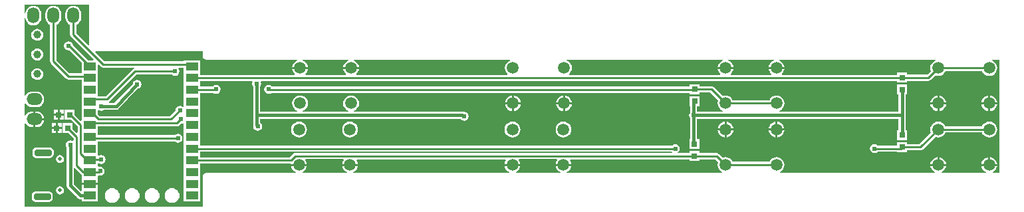
<source format=gtl>
G04*
G04 #@! TF.GenerationSoftware,Altium Limited,Altium Designer,18.1.9 (240)*
G04*
G04 Layer_Physical_Order=1*
G04 Layer_Color=255*
%FSLAX24Y24*%
%MOIN*%
G70*
G01*
G75*
%ADD10C,0.0100*%
%ADD15R,0.0300X0.0300*%
%ADD16R,0.0300X0.0300*%
%ADD17R,0.0630X0.0394*%
%ADD28C,0.0150*%
%ADD29O,0.0591X0.0787*%
%ADD30C,0.0591*%
G04:AMPARAMS|DCode=31|XSize=84.6mil|YSize=31.5mil|CornerRadius=7.9mil|HoleSize=0mil|Usage=FLASHONLY|Rotation=0.000|XOffset=0mil|YOffset=0mil|HoleType=Round|Shape=RoundedRectangle|*
%AMROUNDEDRECTD31*
21,1,0.0846,0.0157,0,0,0.0*
21,1,0.0689,0.0315,0,0,0.0*
1,1,0.0157,0.0344,-0.0079*
1,1,0.0157,-0.0344,-0.0079*
1,1,0.0157,-0.0344,0.0079*
1,1,0.0157,0.0344,0.0079*
%
%ADD31ROUNDEDRECTD31*%
%ADD32C,0.0197*%
%ADD33O,0.0787X0.0591*%
%ADD34C,0.0394*%
%ADD35C,0.0240*%
G36*
X20600Y31732D02*
X20554Y31712D01*
X19953Y32313D01*
Y32737D01*
X19999Y32756D01*
X20082Y32820D01*
X20145Y32902D01*
X20185Y32998D01*
X20199Y33102D01*
Y33298D01*
X20185Y33402D01*
X20145Y33498D01*
X20082Y33580D01*
X19999Y33644D01*
X19903Y33684D01*
X19800Y33697D01*
X19697Y33684D01*
X19601Y33644D01*
X19518Y33580D01*
X19455Y33498D01*
X19415Y33402D01*
X19401Y33298D01*
Y33102D01*
X19415Y32998D01*
X19455Y32902D01*
X19518Y32820D01*
X19601Y32756D01*
X19647Y32737D01*
Y32250D01*
X19659Y32191D01*
X19692Y32142D01*
X20826Y31008D01*
X20807Y30962D01*
X20551D01*
X19785Y31728D01*
X19777Y31766D01*
X19729Y31839D01*
X19656Y31887D01*
X19570Y31904D01*
X19484Y31887D01*
X19411Y31839D01*
X19363Y31766D01*
X19346Y31680D01*
X19363Y31594D01*
X19411Y31521D01*
X19484Y31473D01*
X19570Y31456D01*
X19616Y31465D01*
X20217Y30864D01*
Y30303D01*
X19613D01*
X18953Y30963D01*
Y32737D01*
X18999Y32756D01*
X19082Y32820D01*
X19145Y32902D01*
X19185Y32998D01*
X19199Y33102D01*
Y33298D01*
X19185Y33402D01*
X19145Y33498D01*
X19082Y33580D01*
X18999Y33644D01*
X18903Y33684D01*
X18800Y33697D01*
X18697Y33684D01*
X18601Y33644D01*
X18518Y33580D01*
X18455Y33498D01*
X18415Y33402D01*
X18401Y33298D01*
Y33102D01*
X18415Y32998D01*
X18455Y32902D01*
X18518Y32820D01*
X18601Y32756D01*
X18647Y32737D01*
Y30900D01*
X18659Y30841D01*
X18692Y30792D01*
X19442Y30042D01*
X19491Y30009D01*
X19550Y29997D01*
X20217D01*
Y29778D01*
Y29187D01*
Y28596D01*
Y27940D01*
X20171Y27921D01*
X19875Y28216D01*
Y28475D01*
X19375D01*
Y27975D01*
X19684D01*
X20014Y27645D01*
Y27343D01*
X19968Y27323D01*
X19775Y27516D01*
Y27800D01*
X19275D01*
Y27300D01*
X19559D01*
X19814Y27045D01*
Y26939D01*
X19764Y26912D01*
X19736Y26931D01*
X19650Y26948D01*
X19564Y26931D01*
X19491Y26883D01*
X19443Y26810D01*
X19426Y26724D01*
X19443Y26638D01*
X19472Y26595D01*
Y24667D01*
X19485Y24599D01*
X19524Y24541D01*
X20022Y24043D01*
X20022Y24043D01*
X20080Y24004D01*
X20148Y23990D01*
X20148Y23990D01*
X20217D01*
Y23872D01*
X21047D01*
Y24463D01*
Y24709D01*
X20632D01*
X20217D01*
Y24418D01*
X20171Y24399D01*
X19828Y24741D01*
Y25535D01*
X19878Y25555D01*
X20192Y25242D01*
X20217Y25225D01*
Y25053D01*
Y24809D01*
X20632D01*
X21047D01*
Y25149D01*
X21097Y25186D01*
X21150Y25176D01*
X21236Y25193D01*
X21309Y25241D01*
X21357Y25314D01*
X21374Y25400D01*
X21357Y25486D01*
X21309Y25559D01*
X21236Y25607D01*
X21150Y25624D01*
X21097Y25614D01*
X21062Y25635D01*
X21047Y25651D01*
Y25766D01*
X21091Y25790D01*
X21114Y25774D01*
X21200Y25757D01*
X21286Y25774D01*
X21359Y25823D01*
X21407Y25896D01*
X21424Y25982D01*
X21407Y26067D01*
X21359Y26140D01*
X21286Y26189D01*
X21200Y26206D01*
X21114Y26189D01*
X21091Y26173D01*
X21047Y26197D01*
Y26897D01*
X24888D01*
X24891Y26891D01*
X24964Y26843D01*
X25050Y26826D01*
X25136Y26843D01*
X25209Y26891D01*
X25257Y26964D01*
X25274Y27050D01*
X25257Y27136D01*
X25209Y27209D01*
X25136Y27257D01*
X25050Y27274D01*
X24964Y27257D01*
X24891Y27209D01*
X24888Y27203D01*
X21047D01*
Y27647D01*
X25000D01*
X25059Y27659D01*
X25108Y27692D01*
X25193Y27777D01*
X25200Y27776D01*
X25286Y27793D01*
X25291Y27796D01*
X25335Y27773D01*
Y27415D01*
Y26825D01*
Y26234D01*
Y25644D01*
Y25053D01*
Y24463D01*
Y23872D01*
X26165D01*
Y24463D01*
Y25053D01*
Y25644D01*
Y25788D01*
X30681D01*
X30703Y25764D01*
X31513D01*
X31506Y25817D01*
X31466Y25914D01*
X31433Y25957D01*
X31457Y26007D01*
X33343D01*
X33367Y25957D01*
X33334Y25914D01*
X33294Y25817D01*
X33287Y25764D01*
X34072D01*
X34065Y25817D01*
X34025Y25914D01*
X33999Y25947D01*
X34024Y25997D01*
X41476D01*
X41501Y25947D01*
X41475Y25914D01*
X41435Y25817D01*
X41428Y25764D01*
X42213D01*
X42206Y25817D01*
X42166Y25914D01*
X42133Y25957D01*
X42157Y26007D01*
X44043D01*
X44067Y25957D01*
X44034Y25914D01*
X43994Y25817D01*
X43987Y25764D01*
X44772D01*
X44765Y25817D01*
X44725Y25914D01*
X44699Y25947D01*
X44724Y25997D01*
X50684D01*
Y25900D01*
X51184D01*
Y25997D01*
X52001D01*
X52134Y25864D01*
X52115Y25817D01*
X52101Y25714D01*
X52115Y25611D01*
X52155Y25515D01*
X52218Y25432D01*
X52301Y25369D01*
X52339Y25353D01*
X52329Y25303D01*
X44550D01*
X44540Y25353D01*
X44579Y25369D01*
X44661Y25432D01*
X44725Y25515D01*
X44765Y25611D01*
X44772Y25664D01*
X43987D01*
X43994Y25611D01*
X44034Y25515D01*
X44098Y25432D01*
X44180Y25369D01*
X44219Y25353D01*
X44209Y25303D01*
X41991D01*
X41981Y25353D01*
X42020Y25369D01*
X42102Y25432D01*
X42166Y25515D01*
X42206Y25611D01*
X42213Y25664D01*
X41428D01*
X41435Y25611D01*
X41475Y25515D01*
X41539Y25432D01*
X41621Y25369D01*
X41660Y25353D01*
X41650Y25303D01*
X33850D01*
X33840Y25353D01*
X33879Y25369D01*
X33961Y25432D01*
X34025Y25515D01*
X34065Y25611D01*
X34072Y25664D01*
X33287D01*
X33294Y25611D01*
X33334Y25515D01*
X33398Y25432D01*
X33480Y25369D01*
X33519Y25353D01*
X33509Y25303D01*
X31291D01*
X31281Y25353D01*
X31320Y25369D01*
X31402Y25432D01*
X31466Y25515D01*
X31506Y25611D01*
X31513Y25664D01*
X30728D01*
X30735Y25611D01*
X30775Y25515D01*
X30839Y25432D01*
X30921Y25369D01*
X30960Y25353D01*
X30950Y25303D01*
X26450D01*
X26391Y25291D01*
X26342Y25258D01*
X26309Y25209D01*
X26297Y25150D01*
Y23603D01*
X17353D01*
Y27799D01*
X17403Y27809D01*
X17406Y27801D01*
X17470Y27718D01*
X17552Y27655D01*
X17648Y27615D01*
X17752Y27601D01*
X17800D01*
Y28000D01*
Y28399D01*
X17752D01*
X17648Y28385D01*
X17552Y28345D01*
X17470Y28282D01*
X17406Y28199D01*
X17403Y28191D01*
X17353Y28201D01*
Y28799D01*
X17403Y28809D01*
X17406Y28801D01*
X17470Y28718D01*
X17552Y28655D01*
X17648Y28615D01*
X17752Y28601D01*
X17948D01*
X18052Y28615D01*
X18148Y28655D01*
X18230Y28718D01*
X18294Y28801D01*
X18334Y28897D01*
X18347Y29000D01*
X18334Y29103D01*
X18294Y29199D01*
X18230Y29282D01*
X18148Y29345D01*
X18052Y29385D01*
X17948Y29399D01*
X17752D01*
X17648Y29385D01*
X17552Y29345D01*
X17470Y29282D01*
X17406Y29199D01*
X17403Y29191D01*
X17353Y29201D01*
Y33086D01*
X17403Y33089D01*
X17415Y32998D01*
X17455Y32902D01*
X17518Y32820D01*
X17601Y32756D01*
X17697Y32716D01*
X17800Y32703D01*
X17903Y32716D01*
X17999Y32756D01*
X18082Y32820D01*
X18145Y32902D01*
X18185Y32998D01*
X18199Y33102D01*
Y33298D01*
X18185Y33402D01*
X18145Y33498D01*
X18082Y33580D01*
X17999Y33644D01*
X17903Y33684D01*
X17800Y33697D01*
X17697Y33684D01*
X17601Y33644D01*
X17518Y33580D01*
X17455Y33498D01*
X17415Y33402D01*
X17403Y33311D01*
X17353Y33314D01*
Y33747D01*
X20600D01*
Y31732D01*
D02*
G37*
G36*
X63038Y30947D02*
X62966Y30917D01*
X62883Y30854D01*
X62820Y30771D01*
X62780Y30675D01*
X62766Y30572D01*
X62780Y30468D01*
X62799Y30422D01*
X62614Y30237D01*
X61600D01*
Y30334D01*
X61100D01*
Y30227D01*
X55337D01*
X55321Y30275D01*
X55341Y30290D01*
X55404Y30372D01*
X55444Y30468D01*
X55451Y30522D01*
X55059D01*
X54667D01*
X54674Y30468D01*
X54714Y30372D01*
X54777Y30290D01*
X54797Y30275D01*
X54781Y30227D01*
X52778D01*
X52762Y30275D01*
X52782Y30290D01*
X52845Y30372D01*
X52885Y30468D01*
X52892Y30522D01*
X52500D01*
X52108D01*
X52115Y30468D01*
X52155Y30372D01*
X52218Y30290D01*
X52238Y30275D01*
X52222Y30227D01*
X44678D01*
X44662Y30275D01*
X44682Y30290D01*
X44745Y30372D01*
X44785Y30468D01*
X44799Y30572D01*
X44785Y30675D01*
X44745Y30771D01*
X44682Y30854D01*
X44599Y30917D01*
X44527Y30947D01*
X44537Y30997D01*
X52363D01*
X52373Y30947D01*
X52301Y30917D01*
X52218Y30854D01*
X52155Y30771D01*
X52115Y30675D01*
X52108Y30622D01*
X52500D01*
X52892D01*
X52885Y30675D01*
X52845Y30771D01*
X52782Y30854D01*
X52699Y30917D01*
X52627Y30947D01*
X52637Y30997D01*
X54923D01*
X54932Y30947D01*
X54860Y30917D01*
X54777Y30854D01*
X54714Y30771D01*
X54674Y30675D01*
X54667Y30622D01*
X55059D01*
X55451D01*
X55444Y30675D01*
X55404Y30771D01*
X55341Y30854D01*
X55258Y30917D01*
X55186Y30947D01*
X55196Y30997D01*
X63028D01*
X63038Y30947D01*
D02*
G37*
G36*
X26297Y31150D02*
X26309Y31091D01*
X26342Y31042D01*
X26391Y31009D01*
X26400Y31007D01*
Y31000D01*
X26400Y31000D01*
X26435D01*
X26450Y30997D01*
X31034D01*
X31044Y30947D01*
X30971Y30917D01*
X30889Y30854D01*
X30825Y30771D01*
X30785Y30675D01*
X30778Y30622D01*
X31170D01*
X31563D01*
X31556Y30675D01*
X31516Y30771D01*
X31452Y30854D01*
X31370Y30917D01*
X31297Y30947D01*
X31307Y30997D01*
X33593D01*
X33603Y30947D01*
X33530Y30917D01*
X33448Y30854D01*
X33384Y30771D01*
X33344Y30675D01*
X33337Y30622D01*
X33730D01*
X34122D01*
X34115Y30675D01*
X34075Y30771D01*
X34011Y30854D01*
X33929Y30917D01*
X33856Y30947D01*
X33866Y30997D01*
X41704D01*
X41714Y30947D01*
X41642Y30917D01*
X41559Y30854D01*
X41496Y30771D01*
X41456Y30675D01*
X41442Y30572D01*
X41456Y30468D01*
X41496Y30372D01*
X41559Y30290D01*
X41579Y30275D01*
X41563Y30227D01*
X34008D01*
X33992Y30275D01*
X34011Y30290D01*
X34075Y30372D01*
X34115Y30468D01*
X34122Y30522D01*
X33730D01*
X33337D01*
X33344Y30468D01*
X33384Y30372D01*
X33448Y30290D01*
X33467Y30275D01*
X33451Y30227D01*
X31449D01*
X31433Y30275D01*
X31452Y30290D01*
X31516Y30372D01*
X31556Y30468D01*
X31563Y30522D01*
X31170D01*
X30778D01*
X30785Y30468D01*
X30825Y30372D01*
X30889Y30290D01*
X30908Y30275D01*
X30892Y30227D01*
X26165D01*
Y30368D01*
Y30962D01*
X25335D01*
Y30903D01*
X21363D01*
X20912Y31354D01*
X20932Y31400D01*
X26297D01*
Y31150D01*
D02*
G37*
G36*
X25335Y30368D02*
Y29778D01*
Y29187D01*
Y28651D01*
X25285Y28624D01*
X25236Y28657D01*
X25150Y28674D01*
X25064Y28657D01*
X24991Y28609D01*
X24943Y28536D01*
X24926Y28450D01*
X24927Y28443D01*
X24637Y28153D01*
X21131D01*
X21047Y28237D01*
Y28435D01*
X21091Y28458D01*
X21114Y28443D01*
X21200Y28426D01*
X21286Y28443D01*
X21329Y28472D01*
X21950D01*
X21952Y28472D01*
X21954Y28472D01*
X21986Y28479D01*
X22018Y28485D01*
X22020Y28486D01*
X22022Y28487D01*
X22049Y28506D01*
X22076Y28524D01*
X22077Y28526D01*
X22079Y28527D01*
X23040Y29534D01*
X23086Y29543D01*
X23159Y29591D01*
X23207Y29664D01*
X23224Y29750D01*
X23207Y29836D01*
X23159Y29909D01*
X23086Y29957D01*
X23000Y29974D01*
X22914Y29957D01*
X22841Y29909D01*
X22793Y29836D01*
X22782Y29780D01*
X21874Y28828D01*
X21610D01*
X21595Y28878D01*
X21615Y28892D01*
X22970Y30247D01*
X24738D01*
X24741Y30241D01*
X24814Y30193D01*
X24900Y30176D01*
X24986Y30193D01*
X25059Y30241D01*
X25107Y30314D01*
X25124Y30400D01*
X25107Y30486D01*
X25066Y30547D01*
X25084Y30597D01*
X25335D01*
Y30368D01*
D02*
G37*
G36*
X66247Y25303D02*
X65895D01*
X65885Y25353D01*
X65923Y25369D01*
X66006Y25432D01*
X66069Y25515D01*
X66109Y25611D01*
X66116Y25664D01*
X65332D01*
X65339Y25611D01*
X65379Y25515D01*
X65442Y25432D01*
X65525Y25369D01*
X65563Y25353D01*
X65553Y25303D01*
X63336D01*
X63326Y25353D01*
X63364Y25369D01*
X63447Y25432D01*
X63510Y25515D01*
X63550Y25611D01*
X63557Y25664D01*
X62773D01*
X62780Y25611D01*
X62820Y25515D01*
X62883Y25432D01*
X62966Y25369D01*
X63004Y25353D01*
X62994Y25303D01*
X55230D01*
X55220Y25353D01*
X55258Y25369D01*
X55341Y25432D01*
X55404Y25515D01*
X55444Y25611D01*
X55458Y25714D01*
X55444Y25817D01*
X55404Y25914D01*
X55341Y25996D01*
X55258Y26059D01*
X55162Y26099D01*
X55059Y26113D01*
X54956Y26099D01*
X54860Y26059D01*
X54777Y25996D01*
X54714Y25914D01*
X54695Y25867D01*
X52864D01*
X52845Y25914D01*
X52782Y25996D01*
X52699Y26059D01*
X52603Y26099D01*
X52500Y26113D01*
X52397Y26099D01*
X52350Y26080D01*
X52172Y26258D01*
X52123Y26291D01*
X52064Y26303D01*
X51184D01*
Y26400D01*
X50684D01*
Y26303D01*
X50126D01*
X50110Y26353D01*
X50140Y26372D01*
X50188Y26445D01*
X50205Y26531D01*
X50188Y26617D01*
X50140Y26690D01*
X50067Y26738D01*
X49981Y26755D01*
X49895Y26738D01*
X49822Y26690D01*
X49819Y26684D01*
X26165D01*
Y26825D01*
Y27415D01*
Y28006D01*
Y28596D01*
Y29187D01*
Y29331D01*
X26823D01*
X26880Y29293D01*
X26966Y29276D01*
X27052Y29293D01*
X27125Y29341D01*
X27173Y29414D01*
X27190Y29500D01*
X27173Y29586D01*
X27125Y29659D01*
X27052Y29707D01*
X26966Y29724D01*
X26880Y29707D01*
X26808Y29659D01*
X26793Y29637D01*
X26165D01*
Y29921D01*
X28774D01*
X28798Y29877D01*
X28793Y29870D01*
X28776Y29784D01*
X28793Y29698D01*
X28822Y29655D01*
Y28200D01*
Y27700D01*
X28829Y27665D01*
X28826Y27650D01*
X28843Y27564D01*
X28891Y27491D01*
X28964Y27443D01*
X29050Y27426D01*
X29136Y27443D01*
X29209Y27491D01*
X29257Y27564D01*
X29274Y27650D01*
X29257Y27736D01*
X29209Y27809D01*
X29178Y27829D01*
Y28022D01*
X39221D01*
X39241Y27991D01*
X39314Y27943D01*
X39400Y27926D01*
X39486Y27943D01*
X39559Y27991D01*
X39607Y28064D01*
X39624Y28150D01*
X39607Y28236D01*
X39559Y28309D01*
X39486Y28357D01*
X39400Y28374D01*
X39360Y28366D01*
X39300Y28378D01*
X33875D01*
X33865Y28428D01*
X33929Y28455D01*
X34011Y28518D01*
X34075Y28601D01*
X34115Y28697D01*
X34128Y28800D01*
X34115Y28903D01*
X34075Y28999D01*
X34011Y29082D01*
X33929Y29145D01*
X33833Y29185D01*
X33730Y29199D01*
X33626Y29185D01*
X33530Y29145D01*
X33448Y29082D01*
X33384Y28999D01*
X33344Y28903D01*
X33331Y28800D01*
X33344Y28697D01*
X33384Y28601D01*
X33448Y28518D01*
X33530Y28455D01*
X33594Y28428D01*
X33584Y28378D01*
X31316D01*
X31306Y28428D01*
X31370Y28455D01*
X31452Y28518D01*
X31516Y28601D01*
X31556Y28697D01*
X31569Y28800D01*
X31556Y28903D01*
X31516Y28999D01*
X31452Y29082D01*
X31370Y29145D01*
X31274Y29185D01*
X31170Y29199D01*
X31067Y29185D01*
X30971Y29145D01*
X30889Y29082D01*
X30825Y28999D01*
X30785Y28903D01*
X30772Y28800D01*
X30785Y28697D01*
X30825Y28601D01*
X30889Y28518D01*
X30971Y28455D01*
X31035Y28428D01*
X31025Y28378D01*
X29178D01*
Y29655D01*
X29207Y29698D01*
X29224Y29784D01*
X29207Y29870D01*
X29202Y29877D01*
X29226Y29921D01*
X61100D01*
Y29834D01*
X61600D01*
Y29931D01*
X62677D01*
X62736Y29943D01*
X62785Y29976D01*
X63015Y30206D01*
X63062Y30187D01*
X63165Y30173D01*
X63268Y30187D01*
X63364Y30226D01*
X63447Y30290D01*
X63510Y30372D01*
X63530Y30419D01*
X65360D01*
X65379Y30372D01*
X65442Y30290D01*
X65525Y30226D01*
X65621Y30187D01*
X65724Y30173D01*
X65827Y30187D01*
X65923Y30226D01*
X66006Y30290D01*
X66069Y30372D01*
X66109Y30468D01*
X66123Y30572D01*
X66109Y30675D01*
X66069Y30771D01*
X66006Y30854D01*
X65923Y30917D01*
X65851Y30947D01*
X65861Y30997D01*
X66247D01*
Y25303D01*
D02*
G37*
G36*
X21192Y30642D02*
X21241Y30609D01*
X21300Y30597D01*
X22872D01*
X22877Y30547D01*
X22848Y30541D01*
X22799Y30508D01*
X21443Y29153D01*
X21047D01*
Y29778D01*
Y30368D01*
Y30722D01*
X21093Y30741D01*
X21192Y30642D01*
D02*
G37*
G36*
X49836Y26353D02*
X49818Y26303D01*
X44612D01*
X44564Y26312D01*
X41636D01*
X41588Y26303D01*
X33912D01*
X33864Y26312D01*
X30936D01*
X30878Y26301D01*
X30828Y26268D01*
X30654Y26093D01*
X26165D01*
Y26378D01*
X49813D01*
X49836Y26353D01*
D02*
G37*
%LPC*%
G36*
X18000Y32534D02*
X17923Y32523D01*
X17850Y32494D01*
X17788Y32446D01*
X17741Y32384D01*
X17711Y32312D01*
X17701Y32234D01*
X17711Y32157D01*
X17741Y32085D01*
X17788Y32023D01*
X17850Y31975D01*
X17923Y31945D01*
X18000Y31935D01*
X18077Y31945D01*
X18150Y31975D01*
X18212Y32023D01*
X18259Y32085D01*
X18289Y32157D01*
X18299Y32234D01*
X18289Y32312D01*
X18259Y32384D01*
X18212Y32446D01*
X18150Y32494D01*
X18077Y32523D01*
X18000Y32534D01*
D02*
G37*
G36*
Y31549D02*
X17923Y31539D01*
X17850Y31509D01*
X17788Y31462D01*
X17741Y31400D01*
X17711Y31327D01*
X17701Y31250D01*
X17711Y31173D01*
X17741Y31100D01*
X17788Y31038D01*
X17850Y30991D01*
X17923Y30961D01*
X18000Y30951D01*
X18077Y30961D01*
X18150Y30991D01*
X18212Y31038D01*
X18259Y31100D01*
X18289Y31173D01*
X18299Y31250D01*
X18289Y31327D01*
X18259Y31400D01*
X18212Y31462D01*
X18150Y31509D01*
X18077Y31539D01*
X18000Y31549D01*
D02*
G37*
G36*
Y30565D02*
X17923Y30555D01*
X17850Y30525D01*
X17788Y30477D01*
X17741Y30415D01*
X17711Y30343D01*
X17701Y30266D01*
X17711Y30188D01*
X17741Y30116D01*
X17788Y30054D01*
X17850Y30006D01*
X17923Y29977D01*
X18000Y29966D01*
X18077Y29977D01*
X18150Y30006D01*
X18212Y30054D01*
X18259Y30116D01*
X18289Y30188D01*
X18299Y30266D01*
X18289Y30343D01*
X18259Y30415D01*
X18212Y30477D01*
X18150Y30525D01*
X18077Y30555D01*
X18000Y30565D01*
D02*
G37*
G36*
X19325Y28475D02*
X19125D01*
Y28275D01*
X19325D01*
Y28475D01*
D02*
G37*
G36*
X19025D02*
X18825D01*
Y28275D01*
X19025D01*
Y28475D01*
D02*
G37*
G36*
X17948Y28399D02*
X17900D01*
Y28050D01*
X18341D01*
X18334Y28103D01*
X18294Y28199D01*
X18230Y28282D01*
X18148Y28345D01*
X18052Y28385D01*
X17948Y28399D01*
D02*
G37*
G36*
X19325Y28175D02*
X19125D01*
Y27975D01*
X19325D01*
Y28175D01*
D02*
G37*
G36*
X19025D02*
X18825D01*
Y27975D01*
X19025D01*
Y28175D01*
D02*
G37*
G36*
X18341Y27950D02*
X17900D01*
Y27601D01*
X17948D01*
X18052Y27615D01*
X18148Y27655D01*
X18230Y27718D01*
X18294Y27801D01*
X18334Y27897D01*
X18341Y27950D01*
D02*
G37*
G36*
X19225Y27800D02*
X19025D01*
Y27600D01*
X19225D01*
Y27800D01*
D02*
G37*
G36*
X18925D02*
X18725D01*
Y27600D01*
X18925D01*
Y27800D01*
D02*
G37*
G36*
X19225Y27500D02*
X19025D01*
Y27300D01*
X19225D01*
Y27500D01*
D02*
G37*
G36*
X18925D02*
X18725D01*
Y27300D01*
X18925D01*
Y27500D01*
D02*
G37*
G36*
X18634Y26583D02*
X17945D01*
X17875Y26570D01*
X17816Y26530D01*
X17777Y26471D01*
X17763Y26401D01*
Y26244D01*
X17777Y26174D01*
X17816Y26115D01*
X17875Y26075D01*
X17945Y26062D01*
X18634D01*
X18704Y26075D01*
X18763Y26115D01*
X18802Y26174D01*
X18816Y26244D01*
Y26401D01*
X18802Y26471D01*
X18763Y26530D01*
X18704Y26570D01*
X18634Y26583D01*
D02*
G37*
G36*
X19136Y26210D02*
X19058Y26194D01*
X18993Y26151D01*
X18949Y26085D01*
X18934Y26008D01*
X18949Y25930D01*
X18993Y25865D01*
X19058Y25821D01*
X19136Y25805D01*
X19213Y25821D01*
X19279Y25865D01*
X19323Y25930D01*
X19338Y26008D01*
X19323Y26085D01*
X19279Y26151D01*
X19213Y26194D01*
X19136Y26210D01*
D02*
G37*
G36*
Y24635D02*
X19058Y24620D01*
X18993Y24576D01*
X18949Y24510D01*
X18934Y24433D01*
X18949Y24355D01*
X18993Y24290D01*
X19058Y24246D01*
X19136Y24230D01*
X19213Y24246D01*
X19279Y24290D01*
X19323Y24355D01*
X19338Y24433D01*
X19323Y24510D01*
X19279Y24576D01*
X19213Y24620D01*
X19136Y24635D01*
D02*
G37*
G36*
X18594Y24379D02*
X17906D01*
X17836Y24365D01*
X17777Y24325D01*
X17737Y24266D01*
X17723Y24197D01*
Y24039D01*
X17737Y23969D01*
X17777Y23910D01*
X17836Y23871D01*
X17906Y23857D01*
X18594D01*
X18664Y23871D01*
X18723Y23910D01*
X18763Y23969D01*
X18777Y24039D01*
Y24197D01*
X18763Y24266D01*
X18723Y24325D01*
X18664Y24365D01*
X18594Y24379D01*
D02*
G37*
G36*
X24760Y24546D02*
X24664Y24534D01*
X24575Y24497D01*
X24499Y24438D01*
X24440Y24362D01*
X24403Y24273D01*
X24391Y24177D01*
X24403Y24081D01*
X24440Y23992D01*
X24499Y23916D01*
X24575Y23857D01*
X24664Y23820D01*
X24760Y23808D01*
X24856Y23820D01*
X24945Y23857D01*
X25021Y23916D01*
X25080Y23992D01*
X25117Y24081D01*
X25129Y24177D01*
X25117Y24273D01*
X25080Y24362D01*
X25021Y24438D01*
X24945Y24497D01*
X24856Y24534D01*
X24760Y24546D01*
D02*
G37*
G36*
X23760D02*
X23664Y24534D01*
X23575Y24497D01*
X23499Y24438D01*
X23440Y24362D01*
X23403Y24273D01*
X23391Y24177D01*
X23403Y24081D01*
X23440Y23992D01*
X23499Y23916D01*
X23575Y23857D01*
X23664Y23820D01*
X23760Y23808D01*
X23856Y23820D01*
X23945Y23857D01*
X24021Y23916D01*
X24080Y23992D01*
X24117Y24081D01*
X24129Y24177D01*
X24117Y24273D01*
X24080Y24362D01*
X24021Y24438D01*
X23945Y24497D01*
X23856Y24534D01*
X23760Y24546D01*
D02*
G37*
G36*
X22760D02*
X22664Y24534D01*
X22575Y24497D01*
X22499Y24438D01*
X22440Y24362D01*
X22403Y24273D01*
X22391Y24177D01*
X22403Y24081D01*
X22440Y23992D01*
X22499Y23916D01*
X22575Y23857D01*
X22664Y23820D01*
X22760Y23808D01*
X22856Y23820D01*
X22945Y23857D01*
X23021Y23916D01*
X23080Y23992D01*
X23117Y24081D01*
X23129Y24177D01*
X23117Y24273D01*
X23080Y24362D01*
X23021Y24438D01*
X22945Y24497D01*
X22856Y24534D01*
X22760Y24546D01*
D02*
G37*
G36*
X21760Y24546D02*
X21664Y24534D01*
X21575Y24497D01*
X21499Y24438D01*
X21440Y24362D01*
X21403Y24273D01*
X21391Y24177D01*
X21403Y24081D01*
X21440Y23992D01*
X21499Y23916D01*
X21575Y23857D01*
X21664Y23820D01*
X21760Y23808D01*
X21856Y23820D01*
X21945Y23857D01*
X22021Y23916D01*
X22080Y23992D01*
X22117Y24081D01*
X22129Y24177D01*
X22117Y24273D01*
X22080Y24362D01*
X22021Y24438D01*
X21945Y24497D01*
X21856Y24534D01*
X21760Y24546D01*
D02*
G37*
G36*
X51200Y29750D02*
X50700D01*
Y29637D01*
X30500Y29637D01*
X29773D01*
X29759Y29659D01*
X29686Y29707D01*
X29600Y29724D01*
X29514Y29707D01*
X29441Y29659D01*
X29393Y29586D01*
X29376Y29500D01*
X29393Y29414D01*
X29441Y29341D01*
X29514Y29293D01*
X29600Y29276D01*
X29686Y29293D01*
X29743Y29331D01*
X30500D01*
X50700Y29331D01*
Y29250D01*
X51200D01*
Y29347D01*
X51737D01*
X52134Y28950D01*
X52115Y28903D01*
X52101Y28800D01*
X52115Y28697D01*
X52155Y28601D01*
X52218Y28518D01*
X52301Y28455D01*
X52364Y28428D01*
X52354Y28378D01*
X51078D01*
Y28650D01*
X51200D01*
Y29150D01*
X50700D01*
Y28650D01*
X50722D01*
Y28329D01*
X50693Y28286D01*
X50676Y28200D01*
X50693Y28114D01*
X50722Y28071D01*
Y27000D01*
X50684D01*
Y26500D01*
X51184D01*
Y27000D01*
X51078D01*
Y28022D01*
X61172D01*
Y27450D01*
X61100D01*
Y26950D01*
X61600D01*
Y27450D01*
X61528D01*
Y28250D01*
X61528Y28250D01*
X61528Y28250D01*
Y29234D01*
X61600D01*
Y29734D01*
X61100D01*
Y29234D01*
X61172D01*
Y28378D01*
X55205D01*
X55195Y28428D01*
X55258Y28455D01*
X55341Y28518D01*
X55404Y28601D01*
X55444Y28697D01*
X55458Y28800D01*
X55444Y28903D01*
X55404Y28999D01*
X55341Y29082D01*
X55258Y29145D01*
X55162Y29185D01*
X55059Y29199D01*
X54956Y29185D01*
X54860Y29145D01*
X54777Y29082D01*
X54714Y28999D01*
X54695Y28953D01*
X52864D01*
X52845Y28999D01*
X52782Y29082D01*
X52699Y29145D01*
X52603Y29185D01*
X52500Y29199D01*
X52397Y29185D01*
X52350Y29166D01*
X51908Y29608D01*
X51859Y29641D01*
X51800Y29653D01*
X51200D01*
Y29750D01*
D02*
G37*
G36*
X65774Y29192D02*
Y28850D01*
X66116D01*
X66109Y28903D01*
X66069Y28999D01*
X66006Y29082D01*
X65923Y29145D01*
X65827Y29185D01*
X65774Y29192D01*
D02*
G37*
G36*
X65674D02*
X65621Y29185D01*
X65525Y29145D01*
X65442Y29082D01*
X65379Y28999D01*
X65339Y28903D01*
X65332Y28850D01*
X65674D01*
Y29192D01*
D02*
G37*
G36*
X63215D02*
Y28850D01*
X63557D01*
X63550Y28903D01*
X63510Y28999D01*
X63447Y29082D01*
X63364Y29145D01*
X63268Y29185D01*
X63215Y29192D01*
D02*
G37*
G36*
X63115D02*
X63062Y29185D01*
X62966Y29145D01*
X62883Y29082D01*
X62820Y28999D01*
X62780Y28903D01*
X62773Y28850D01*
X63115D01*
Y29192D01*
D02*
G37*
G36*
X44450Y29192D02*
Y28850D01*
X44792D01*
X44785Y28903D01*
X44745Y28999D01*
X44682Y29082D01*
X44599Y29145D01*
X44503Y29185D01*
X44450Y29192D01*
D02*
G37*
G36*
X44350D02*
X44297Y29185D01*
X44201Y29145D01*
X44118Y29082D01*
X44055Y28999D01*
X44015Y28903D01*
X44008Y28850D01*
X44350D01*
Y29192D01*
D02*
G37*
G36*
X41891D02*
Y28850D01*
X42233D01*
X42226Y28903D01*
X42186Y28999D01*
X42123Y29082D01*
X42040Y29145D01*
X41944Y29185D01*
X41891Y29192D01*
D02*
G37*
G36*
X41791D02*
X41738Y29185D01*
X41642Y29145D01*
X41559Y29082D01*
X41496Y28999D01*
X41456Y28903D01*
X41449Y28850D01*
X41791D01*
Y29192D01*
D02*
G37*
G36*
X66116Y28750D02*
X65774D01*
Y28408D01*
X65827Y28415D01*
X65923Y28455D01*
X66006Y28518D01*
X66069Y28601D01*
X66109Y28697D01*
X66116Y28750D01*
D02*
G37*
G36*
X65674D02*
X65332D01*
X65339Y28697D01*
X65379Y28601D01*
X65442Y28518D01*
X65525Y28455D01*
X65621Y28415D01*
X65674Y28408D01*
Y28750D01*
D02*
G37*
G36*
X63557D02*
X63215D01*
Y28408D01*
X63268Y28415D01*
X63364Y28455D01*
X63447Y28518D01*
X63510Y28601D01*
X63550Y28697D01*
X63557Y28750D01*
D02*
G37*
G36*
X63115D02*
X62773D01*
X62780Y28697D01*
X62820Y28601D01*
X62883Y28518D01*
X62966Y28455D01*
X63062Y28415D01*
X63115Y28408D01*
Y28750D01*
D02*
G37*
G36*
X44792Y28750D02*
X44450D01*
Y28408D01*
X44503Y28415D01*
X44599Y28455D01*
X44682Y28518D01*
X44745Y28601D01*
X44785Y28697D01*
X44792Y28750D01*
D02*
G37*
G36*
X44350D02*
X44008D01*
X44015Y28697D01*
X44055Y28601D01*
X44118Y28518D01*
X44201Y28455D01*
X44297Y28415D01*
X44350Y28408D01*
Y28750D01*
D02*
G37*
G36*
X42233D02*
X41891D01*
Y28408D01*
X41944Y28415D01*
X42040Y28455D01*
X42123Y28518D01*
X42186Y28601D01*
X42226Y28697D01*
X42233Y28750D01*
D02*
G37*
G36*
X41791D02*
X41449D01*
X41456Y28697D01*
X41496Y28601D01*
X41559Y28518D01*
X41642Y28455D01*
X41738Y28415D01*
X41791Y28408D01*
Y28750D01*
D02*
G37*
G36*
X65724Y27885D02*
X65621Y27871D01*
X65525Y27831D01*
X65442Y27768D01*
X65379Y27685D01*
X65360Y27639D01*
X63530D01*
X63510Y27685D01*
X63447Y27768D01*
X63364Y27831D01*
X63268Y27871D01*
X63165Y27885D01*
X63062Y27871D01*
X62966Y27831D01*
X62883Y27768D01*
X62820Y27685D01*
X62780Y27589D01*
X62766Y27486D01*
X62780Y27383D01*
X62799Y27336D01*
X62216Y26753D01*
X61600D01*
Y26850D01*
X61100D01*
Y26684D01*
X60131D01*
X60128Y26690D01*
X60055Y26738D01*
X59969Y26755D01*
X59883Y26738D01*
X59810Y26690D01*
X59762Y26617D01*
X59745Y26531D01*
X59762Y26445D01*
X59810Y26372D01*
X59883Y26324D01*
X59969Y26307D01*
X60055Y26324D01*
X60128Y26372D01*
X60131Y26378D01*
X61100D01*
Y26350D01*
X61600D01*
Y26447D01*
X62279D01*
X62338Y26459D01*
X62387Y26492D01*
X63015Y27120D01*
X63062Y27101D01*
X63165Y27087D01*
X63268Y27101D01*
X63364Y27141D01*
X63447Y27204D01*
X63510Y27287D01*
X63530Y27333D01*
X65360D01*
X65379Y27287D01*
X65442Y27204D01*
X65525Y27141D01*
X65621Y27101D01*
X65724Y27087D01*
X65827Y27101D01*
X65923Y27141D01*
X66006Y27204D01*
X66069Y27287D01*
X66109Y27383D01*
X66123Y27486D01*
X66109Y27589D01*
X66069Y27685D01*
X66006Y27768D01*
X65923Y27831D01*
X65827Y27871D01*
X65724Y27885D01*
D02*
G37*
G36*
X55109Y27878D02*
Y27536D01*
X55451D01*
X55444Y27589D01*
X55404Y27685D01*
X55341Y27768D01*
X55258Y27831D01*
X55162Y27871D01*
X55109Y27878D01*
D02*
G37*
G36*
X52550D02*
Y27536D01*
X52892D01*
X52885Y27589D01*
X52845Y27685D01*
X52782Y27768D01*
X52699Y27831D01*
X52603Y27871D01*
X52550Y27878D01*
D02*
G37*
G36*
X55009D02*
X54956Y27871D01*
X54860Y27831D01*
X54777Y27768D01*
X54714Y27685D01*
X54674Y27589D01*
X54667Y27536D01*
X55009D01*
Y27878D01*
D02*
G37*
G36*
X52450D02*
X52397Y27871D01*
X52301Y27831D01*
X52218Y27768D01*
X52155Y27685D01*
X52115Y27589D01*
X52108Y27536D01*
X52450D01*
Y27878D01*
D02*
G37*
G36*
X55451Y27436D02*
X55109D01*
Y27094D01*
X55162Y27101D01*
X55258Y27141D01*
X55341Y27204D01*
X55404Y27286D01*
X55444Y27383D01*
X55451Y27436D01*
D02*
G37*
G36*
X52892D02*
X52550D01*
Y27094D01*
X52603Y27101D01*
X52699Y27141D01*
X52782Y27204D01*
X52845Y27286D01*
X52885Y27383D01*
X52892Y27436D01*
D02*
G37*
G36*
X55009D02*
X54667D01*
X54674Y27383D01*
X54714Y27286D01*
X54777Y27204D01*
X54860Y27141D01*
X54956Y27101D01*
X55009Y27094D01*
Y27436D01*
D02*
G37*
G36*
X52450D02*
X52108D01*
X52115Y27383D01*
X52155Y27286D01*
X52218Y27204D01*
X52301Y27141D01*
X52397Y27101D01*
X52450Y27094D01*
Y27436D01*
D02*
G37*
G36*
X44380Y27885D02*
X44276Y27871D01*
X44180Y27831D01*
X44098Y27768D01*
X44034Y27685D01*
X43994Y27589D01*
X43981Y27486D01*
X43994Y27383D01*
X44034Y27286D01*
X44098Y27204D01*
X44180Y27141D01*
X44276Y27101D01*
X44380Y27087D01*
X44483Y27101D01*
X44579Y27141D01*
X44661Y27204D01*
X44725Y27286D01*
X44765Y27383D01*
X44778Y27486D01*
X44765Y27589D01*
X44725Y27685D01*
X44661Y27768D01*
X44579Y27831D01*
X44483Y27871D01*
X44380Y27885D01*
D02*
G37*
G36*
X41820D02*
X41717Y27871D01*
X41621Y27831D01*
X41539Y27768D01*
X41475Y27685D01*
X41435Y27589D01*
X41422Y27486D01*
X41435Y27383D01*
X41475Y27286D01*
X41539Y27204D01*
X41621Y27141D01*
X41717Y27101D01*
X41820Y27087D01*
X41924Y27101D01*
X42020Y27141D01*
X42102Y27204D01*
X42166Y27286D01*
X42206Y27383D01*
X42219Y27486D01*
X42206Y27589D01*
X42166Y27685D01*
X42102Y27768D01*
X42020Y27831D01*
X41924Y27871D01*
X41820Y27885D01*
D02*
G37*
G36*
X33680D02*
X33576Y27871D01*
X33480Y27831D01*
X33398Y27768D01*
X33334Y27685D01*
X33294Y27589D01*
X33281Y27486D01*
X33294Y27383D01*
X33334Y27286D01*
X33398Y27204D01*
X33480Y27141D01*
X33576Y27101D01*
X33680Y27087D01*
X33783Y27101D01*
X33879Y27141D01*
X33961Y27204D01*
X34025Y27286D01*
X34065Y27383D01*
X34078Y27486D01*
X34065Y27589D01*
X34025Y27685D01*
X33961Y27768D01*
X33879Y27831D01*
X33783Y27871D01*
X33680Y27885D01*
D02*
G37*
G36*
X31120D02*
X31017Y27871D01*
X30921Y27831D01*
X30839Y27768D01*
X30775Y27685D01*
X30735Y27589D01*
X30722Y27486D01*
X30735Y27383D01*
X30775Y27286D01*
X30839Y27204D01*
X30921Y27141D01*
X31017Y27101D01*
X31120Y27087D01*
X31224Y27101D01*
X31320Y27141D01*
X31402Y27204D01*
X31466Y27286D01*
X31506Y27383D01*
X31519Y27486D01*
X31506Y27589D01*
X31466Y27685D01*
X31402Y27768D01*
X31320Y27831D01*
X31224Y27871D01*
X31120Y27885D01*
D02*
G37*
G36*
X65774Y26106D02*
Y25764D01*
X66116D01*
X66109Y25817D01*
X66069Y25914D01*
X66006Y25996D01*
X65923Y26059D01*
X65827Y26099D01*
X65774Y26106D01*
D02*
G37*
G36*
X65674D02*
X65621Y26099D01*
X65525Y26059D01*
X65442Y25996D01*
X65379Y25914D01*
X65339Y25817D01*
X65332Y25764D01*
X65674D01*
Y26106D01*
D02*
G37*
G36*
X63215D02*
Y25764D01*
X63557D01*
X63550Y25817D01*
X63510Y25914D01*
X63447Y25996D01*
X63364Y26059D01*
X63268Y26099D01*
X63215Y26106D01*
D02*
G37*
G36*
X63115D02*
X63062Y26099D01*
X62966Y26059D01*
X62883Y25996D01*
X62820Y25914D01*
X62780Y25817D01*
X62773Y25764D01*
X63115D01*
Y26106D01*
D02*
G37*
%LPD*%
D10*
X20498Y25941D02*
X20632D01*
X20167Y26272D02*
X20498Y25941D01*
X20167Y26272D02*
Y27708D01*
X19650Y28225D02*
X20167Y27708D01*
X19967Y25683D02*
X20300Y25350D01*
X19967Y25683D02*
Y27108D01*
X19525Y27550D02*
X19967Y27108D01*
X19625Y28225D02*
X19650D01*
X20300Y25350D02*
X20632D01*
Y25941D02*
X20673Y25982D01*
X21200D01*
X21300Y30750D02*
X25665D01*
X19800Y32250D02*
X21300Y30750D01*
X19800Y32250D02*
Y33200D01*
X25665Y30750D02*
X25750Y30665D01*
X19570Y31727D02*
X20632Y30665D01*
X19550Y31747D02*
X19570Y31727D01*
Y31680D02*
Y31727D01*
X18800Y30900D02*
Y33200D01*
Y30900D02*
X19550Y30150D01*
X20556D01*
X20632Y30074D01*
Y28303D02*
X20765D01*
X21068Y28000D01*
X24700D01*
X25150Y28450D01*
X25000Y27800D02*
X25200Y28000D01*
X20720Y27800D02*
X25000D01*
X20632Y27712D02*
X20720Y27800D01*
X21100Y25350D02*
X21150Y25400D01*
X20632Y25350D02*
X21100D01*
X63165Y27486D02*
X65724D01*
X25750Y30074D02*
X61350D01*
X29616Y29484D02*
X30500D01*
X25750Y29484D02*
X26950D01*
X26966Y29500D01*
X29600D02*
X29616Y29484D01*
X30500D02*
X50934Y29484D01*
X50950Y29500D01*
X25750Y26531D02*
X49981D01*
X59969D02*
X61281D01*
X61350Y26600D01*
X25750Y25941D02*
X30717D01*
X33864Y26159D02*
X33873Y26150D01*
X30717Y25941D02*
X30936Y26159D01*
X33873Y26150D02*
X41627D01*
X30936Y26159D02*
X33864D01*
X41636D02*
X44564D01*
X41627Y26150D02*
X41636Y26159D01*
X44573Y26150D02*
X50934D01*
X44564Y26159D02*
X44573Y26150D01*
X20632Y27122D02*
X20704Y27050D01*
X25050D01*
X20632Y28893D02*
X20739Y29000D01*
X21507D01*
X22907Y30400D02*
X24900D01*
X21507Y29000D02*
X22907Y30400D01*
X63165Y30572D02*
X65724D01*
X62677Y30084D02*
X63165Y30572D01*
X61350Y30084D02*
X62677D01*
X62279Y26600D02*
X63165Y27486D01*
X61350Y26600D02*
X62279D01*
X50934Y26150D02*
X52064D01*
X52500Y25714D01*
Y28800D02*
X55059D01*
X51800Y29500D02*
X52500Y28800D01*
X50950Y29500D02*
X51800D01*
X52500Y25714D02*
X55059D01*
D15*
X19075Y28225D02*
D03*
X19625D02*
D03*
X18975Y27550D02*
D03*
X19525D02*
D03*
D16*
X50934Y26750D02*
D03*
Y26150D02*
D03*
X61350Y27200D02*
D03*
Y26600D02*
D03*
Y29484D02*
D03*
Y30084D02*
D03*
X50950Y28900D02*
D03*
Y29500D02*
D03*
D17*
X20632Y24169D02*
D03*
Y28303D02*
D03*
Y28893D02*
D03*
Y29484D02*
D03*
Y30074D02*
D03*
Y30665D02*
D03*
Y25941D02*
D03*
Y25350D02*
D03*
Y27712D02*
D03*
Y27122D02*
D03*
Y26531D02*
D03*
X25750Y24169D02*
D03*
Y24759D02*
D03*
Y25350D02*
D03*
Y25941D02*
D03*
Y26531D02*
D03*
Y27122D02*
D03*
Y27712D02*
D03*
Y28303D02*
D03*
Y28893D02*
D03*
Y29484D02*
D03*
Y30074D02*
D03*
Y30665D02*
D03*
X20632Y24759D02*
D03*
D28*
X19650Y24667D02*
Y26724D01*
Y24667D02*
X20148Y24169D01*
X20632D01*
X21200Y28650D02*
X21950D01*
X23000Y29750D01*
X29000Y28200D02*
X39300D01*
X29000Y27700D02*
Y28200D01*
X61350Y28250D02*
Y29484D01*
Y27200D02*
Y28250D01*
X61300Y28200D02*
X61350Y28250D01*
X50900Y28200D02*
X61300D01*
X50900Y26784D02*
X50934Y26750D01*
X50900Y26784D02*
Y28200D01*
Y28850D02*
X50950Y28900D01*
X50900Y28200D02*
Y28850D01*
X29000Y28200D02*
Y29784D01*
Y27700D02*
X29050Y27650D01*
D29*
X17800Y33200D02*
D03*
X18800D02*
D03*
X19800D02*
D03*
D30*
X31170Y30572D02*
D03*
X33730D02*
D03*
X31170Y28800D02*
D03*
X33730D02*
D03*
X44400Y28800D02*
D03*
X41841D02*
D03*
X44400Y30572D02*
D03*
X41841D02*
D03*
X52500D02*
D03*
X55059D02*
D03*
X52500Y28800D02*
D03*
X55059D02*
D03*
X65724Y28800D02*
D03*
X63165D02*
D03*
X65724Y30572D02*
D03*
X63165D02*
D03*
X52500Y27486D02*
D03*
X55059D02*
D03*
X52500Y25714D02*
D03*
X55059D02*
D03*
X33680D02*
D03*
X31120D02*
D03*
X33680Y27486D02*
D03*
X31120D02*
D03*
X41820D02*
D03*
X44380D02*
D03*
X41820Y25714D02*
D03*
X44380D02*
D03*
X63165Y27486D02*
D03*
X65724D02*
D03*
X63165Y25714D02*
D03*
X65724D02*
D03*
D31*
X18289Y26323D02*
D03*
X18250Y24118D02*
D03*
D32*
X19136Y24433D02*
D03*
Y26008D02*
D03*
D33*
X17850Y29000D02*
D03*
Y28000D02*
D03*
D34*
X18000Y30266D02*
D03*
Y31250D02*
D03*
Y32234D02*
D03*
D35*
X17650Y25250D02*
D03*
X19900Y28675D02*
D03*
X21200Y29800D02*
D03*
X28350Y25550D02*
D03*
X60150Y27600D02*
D03*
X20250Y32300D02*
D03*
X36700Y25690D02*
D03*
X29250Y26250D02*
D03*
X27850D02*
D03*
X28250Y27486D02*
D03*
X19750Y29700D02*
D03*
X19650Y26724D02*
D03*
X21200Y25982D02*
D03*
X19500Y32200D02*
D03*
X19570Y31680D02*
D03*
X19850Y24050D02*
D03*
X21150Y25400D02*
D03*
X58100Y29500D02*
D03*
X62150Y25800D02*
D03*
X62100Y27712D02*
D03*
X62300Y28750D02*
D03*
X56550Y30665D02*
D03*
X59550Y29150D02*
D03*
X56700Y29300D02*
D03*
X60000Y25700D02*
D03*
X56450Y25750D02*
D03*
X58700Y27350D02*
D03*
X56400Y27400D02*
D03*
X49000Y25714D02*
D03*
X46050Y25800D02*
D03*
X49550Y30500D02*
D03*
X46350Y30665D02*
D03*
X48350Y28850D02*
D03*
X46050Y28893D02*
D03*
X49400Y27550D02*
D03*
X48150Y27250D02*
D03*
X46000Y27450D02*
D03*
X40100Y25550D02*
D03*
X38300Y25750D02*
D03*
X35100Y25650D02*
D03*
X39500Y30450D02*
D03*
X37150Y30500D02*
D03*
X35450Y30700D02*
D03*
X39200Y28800D02*
D03*
X37950Y28950D02*
D03*
X36450Y28800D02*
D03*
X35300Y29000D02*
D03*
X39700Y26900D02*
D03*
X37250Y27150D02*
D03*
X38150Y27000D02*
D03*
X35450Y27100D02*
D03*
X29900Y25500D02*
D03*
X27000Y25550D02*
D03*
X28700Y30769D02*
D03*
X27000Y30800D02*
D03*
X24450Y28750D02*
D03*
X23350Y28850D02*
D03*
X22700D02*
D03*
X21200Y26650D02*
D03*
X25156Y25600D02*
D03*
Y26159D02*
D03*
X25000Y26600D02*
D03*
X25215Y24550D02*
D03*
X24300Y24350D02*
D03*
X23250Y24250D02*
D03*
X22300Y23950D02*
D03*
X17600Y24350D02*
D03*
Y25800D02*
D03*
X18600Y27050D02*
D03*
X17900Y27100D02*
D03*
X18700Y28600D02*
D03*
X18400Y31850D02*
D03*
X20050Y30800D02*
D03*
X19100Y31700D02*
D03*
X26900Y27500D02*
D03*
X27150Y28300D02*
D03*
X26966Y29500D02*
D03*
X29600D02*
D03*
X59969Y26531D02*
D03*
X49981D02*
D03*
X25050Y27050D02*
D03*
X25200Y28000D02*
D03*
X24900Y30400D02*
D03*
X25150Y28450D02*
D03*
X21200Y28650D02*
D03*
X23000Y29750D02*
D03*
X50900Y28200D02*
D03*
X39400Y28150D02*
D03*
X29000Y29784D02*
D03*
X29050Y27650D02*
D03*
M02*

</source>
